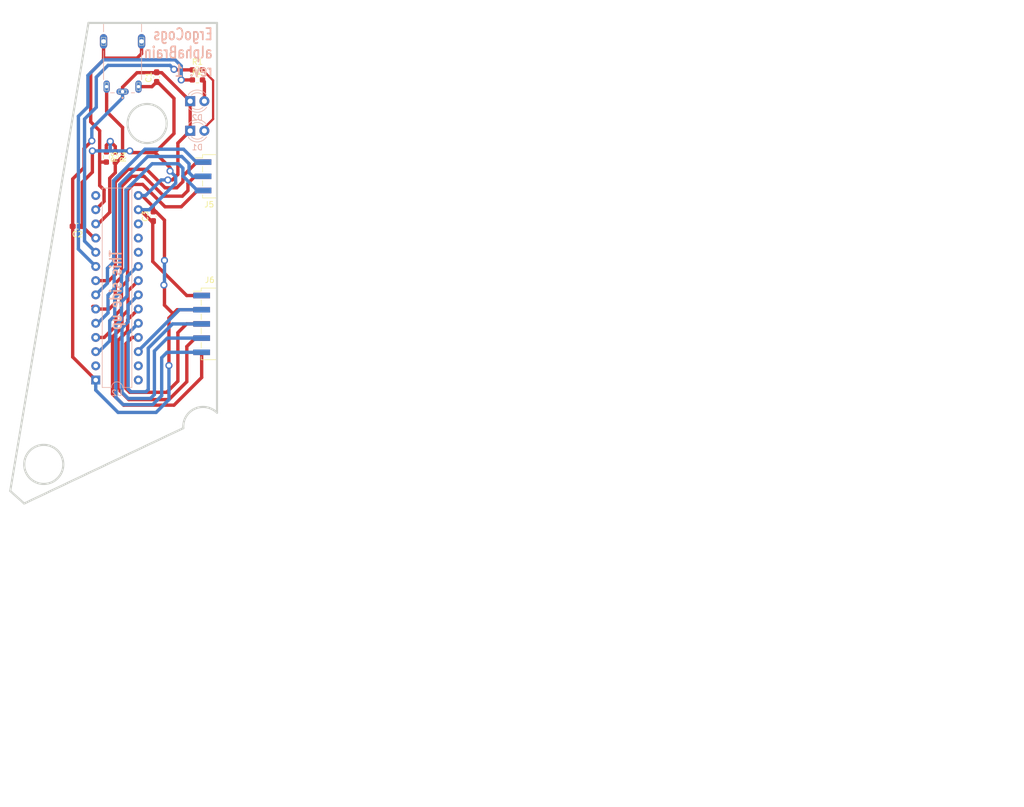
<source format=kicad_pcb>
(kicad_pcb (version 20171130) (host pcbnew 5.1.9)

  (general
    (thickness 1.6002)
    (drawings 34)
    (tracks 278)
    (zones 0)
    (modules 13)
    (nets 22)
  )

  (page A4)
  (layers
    (0 Front signal)
    (31 Back signal)
    (32 B.Adhes user)
    (33 F.Adhes user)
    (34 B.Paste user)
    (35 F.Paste user)
    (36 B.SilkS user)
    (37 F.SilkS user)
    (38 B.Mask user)
    (39 F.Mask user)
    (40 Dwgs.User user)
    (41 Cmts.User user)
    (42 Eco1.User user)
    (43 Eco2.User user)
    (44 Edge.Cuts user)
    (45 Margin user)
    (46 B.CrtYd user)
    (47 F.CrtYd user)
    (48 B.Fab user)
    (49 F.Fab user)
  )

  (setup
    (last_trace_width 0.6)
    (user_trace_width 0.03302)
    (user_trace_width 0.1524)
    (user_trace_width 0.2032)
    (user_trace_width 0.254)
    (user_trace_width 0.3048)
    (user_trace_width 0.4064)
    (user_trace_width 0.508)
    (user_trace_width 0.6096)
    (trace_clearance 0.3048)
    (zone_clearance 0.508)
    (zone_45_only yes)
    (trace_min 0.0254)
    (via_size 0.6096)
    (via_drill 0.508)
    (via_min_size 0.4064)
    (via_min_drill 0.2032)
    (user_via 0.6096 0.3048)
    (user_via 0.8128 0.508)
    (user_via 1.27 0.762)
    (user_via 1.651 0.9906)
    (uvia_size 0.508)
    (uvia_drill 0.127)
    (uvias_allowed no)
    (uvia_min_size 0.508)
    (uvia_min_drill 0.127)
    (edge_width 0.381)
    (segment_width 0.3048)
    (pcb_text_width 0.3048)
    (pcb_text_size 1.524 2.032)
    (mod_edge_width 0.6096)
    (mod_text_size 1.524 1.524)
    (mod_text_width 0.3048)
    (pad_size 0.8 0.8)
    (pad_drill 0.5)
    (pad_to_mask_clearance 0.2032)
    (aux_axis_origin 0 0)
    (grid_origin 151 43.75)
    (visible_elements 7FFFFF7F)
    (pcbplotparams
      (layerselection 0x010ff_ffffffff)
      (usegerberextensions false)
      (usegerberattributes true)
      (usegerberadvancedattributes true)
      (creategerberjobfile true)
      (excludeedgelayer true)
      (linewidth 0.150000)
      (plotframeref false)
      (viasonmask false)
      (mode 1)
      (useauxorigin false)
      (hpglpennumber 1)
      (hpglpenspeed 20)
      (hpglpendiameter 100.000000)
      (psnegative false)
      (psa4output false)
      (plotreference true)
      (plotvalue true)
      (plotinvisibletext false)
      (padsonsilk false)
      (subtractmaskfromsilk false)
      (outputformat 1)
      (mirror false)
      (drillshape 0)
      (scaleselection 1)
      (outputdirectory "fabrication"))
  )

  (net 0 "")
  (net 1 /LED_A)
  (net 2 /LED_B)
  (net 3 /ROW0)
  (net 4 /ROW1)
  (net 5 /ROW2)
  (net 6 /ROW3)
  (net 7 /ROW4)
  (net 8 /ROW5)
  (net 9 GND)
  (net 10 VCC)
  (net 11 "Net-(D1-Pad2)")
  (net 12 "Net-(D2-Pad2)")
  (net 13 /SCL)
  (net 14 /SDA)
  (net 15 /COL0_13)
  (net 16 /COL1_12)
  (net 17 /COL2_11)
  (net 18 /COL3_10)
  (net 19 /COL4_9)
  (net 20 /COL5_8)
  (net 21 /COL6_7)

  (net_class Default "This is the default net class."
    (clearance 0.3048)
    (trace_width 0.6)
    (via_dia 0.6096)
    (via_drill 0.508)
    (uvia_dia 0.508)
    (uvia_drill 0.127)
    (add_net /COL0_13)
    (add_net /COL1_12)
    (add_net /COL2_11)
    (add_net /COL3_10)
    (add_net /COL4_9)
    (add_net /COL5_8)
    (add_net /COL6_7)
    (add_net /LED_A)
    (add_net /LED_B)
    (add_net /ROW0)
    (add_net /ROW1)
    (add_net /ROW2)
    (add_net /ROW3)
    (add_net /ROW4)
    (add_net /ROW5)
    (add_net /SCL)
    (add_net /SDA)
    (add_net GND)
    (add_net "Net-(D1-Pad2)")
    (add_net "Net-(D2-Pad2)")
    (add_net VCC)
  )

  (module Capacitor_SMD:C_0603_1608Metric_Pad1.08x0.95mm_HandSolder (layer Front) (tedit 5F68FEEF) (tstamp 60838914)
    (at 139.6 78.35 90)
    (descr "Capacitor SMD 0603 (1608 Metric), square (rectangular) end terminal, IPC_7351 nominal with elongated pad for handsoldering. (Body size source: IPC-SM-782 page 76, https://www.pcb-3d.com/wordpress/wp-content/uploads/ipc-sm-782a_amendment_1_and_2.pdf), generated with kicad-footprint-generator")
    (tags "capacitor handsolder")
    (path /608BB7C7)
    (attr smd)
    (fp_text reference C3 (at 0 -1.43 90) (layer F.SilkS)
      (effects (font (size 1 1) (thickness 0.15)))
    )
    (fp_text value 100n (at 0 1.43 90) (layer F.Fab)
      (effects (font (size 1 1) (thickness 0.15)))
    )
    (fp_line (start -0.8 0.4) (end -0.8 -0.4) (layer F.Fab) (width 0.1))
    (fp_line (start -0.8 -0.4) (end 0.8 -0.4) (layer F.Fab) (width 0.1))
    (fp_line (start 0.8 -0.4) (end 0.8 0.4) (layer F.Fab) (width 0.1))
    (fp_line (start 0.8 0.4) (end -0.8 0.4) (layer F.Fab) (width 0.1))
    (fp_line (start -0.146267 -0.51) (end 0.146267 -0.51) (layer F.SilkS) (width 0.12))
    (fp_line (start -0.146267 0.51) (end 0.146267 0.51) (layer F.SilkS) (width 0.12))
    (fp_line (start -1.65 0.73) (end -1.65 -0.73) (layer F.CrtYd) (width 0.05))
    (fp_line (start -1.65 -0.73) (end 1.65 -0.73) (layer F.CrtYd) (width 0.05))
    (fp_line (start 1.65 -0.73) (end 1.65 0.73) (layer F.CrtYd) (width 0.05))
    (fp_line (start 1.65 0.73) (end -1.65 0.73) (layer F.CrtYd) (width 0.05))
    (fp_text user %R (at 0 0 90) (layer F.Fab)
      (effects (font (size 0.4 0.4) (thickness 0.06)))
    )
    (pad 2 smd roundrect (at 0.8625 0 90) (size 1.075 0.95) (layers Front F.Paste F.Mask) (roundrect_rratio 0.25)
      (net 9 GND))
    (pad 1 smd roundrect (at -0.8625 0 90) (size 1.075 0.95) (layers Front F.Paste F.Mask) (roundrect_rratio 0.25)
      (net 10 VCC))
    (model ${KICAD6_3DMODEL_DIR}/Capacitor_SMD.3dshapes/C_0603_1608Metric.wrl
      (at (xyz 0 0 0))
      (scale (xyz 1 1 1))
      (rotate (xyz 0 0 0))
    )
  )

  (module Capacitor_SMD:C_0603_1608Metric_Pad1.08x0.95mm_HandSolder (layer Front) (tedit 5F68FEEF) (tstamp 60838235)
    (at 126.0375 80.15 180)
    (descr "Capacitor SMD 0603 (1608 Metric), square (rectangular) end terminal, IPC_7351 nominal with elongated pad for handsoldering. (Body size source: IPC-SM-782 page 76, https://www.pcb-3d.com/wordpress/wp-content/uploads/ipc-sm-782a_amendment_1_and_2.pdf), generated with kicad-footprint-generator")
    (tags "capacitor handsolder")
    (path /608B5DC6)
    (attr smd)
    (fp_text reference C2 (at 0 -1.43) (layer F.SilkS)
      (effects (font (size 1 1) (thickness 0.15)))
    )
    (fp_text value 100n (at 0 1.43) (layer F.Fab)
      (effects (font (size 1 1) (thickness 0.15)))
    )
    (fp_line (start -0.8 0.4) (end -0.8 -0.4) (layer F.Fab) (width 0.1))
    (fp_line (start -0.8 -0.4) (end 0.8 -0.4) (layer F.Fab) (width 0.1))
    (fp_line (start 0.8 -0.4) (end 0.8 0.4) (layer F.Fab) (width 0.1))
    (fp_line (start 0.8 0.4) (end -0.8 0.4) (layer F.Fab) (width 0.1))
    (fp_line (start -0.146267 -0.51) (end 0.146267 -0.51) (layer F.SilkS) (width 0.12))
    (fp_line (start -0.146267 0.51) (end 0.146267 0.51) (layer F.SilkS) (width 0.12))
    (fp_line (start -1.65 0.73) (end -1.65 -0.73) (layer F.CrtYd) (width 0.05))
    (fp_line (start -1.65 -0.73) (end 1.65 -0.73) (layer F.CrtYd) (width 0.05))
    (fp_line (start 1.65 -0.73) (end 1.65 0.73) (layer F.CrtYd) (width 0.05))
    (fp_line (start 1.65 0.73) (end -1.65 0.73) (layer F.CrtYd) (width 0.05))
    (fp_text user %R (at 0 0) (layer F.Fab)
      (effects (font (size 0.4 0.4) (thickness 0.06)))
    )
    (pad 2 smd roundrect (at 0.8625 0 180) (size 1.075 0.95) (layers Front F.Paste F.Mask) (roundrect_rratio 0.25)
      (net 9 GND))
    (pad 1 smd roundrect (at -0.8625 0 180) (size 1.075 0.95) (layers Front F.Paste F.Mask) (roundrect_rratio 0.25)
      (net 10 VCC))
    (model ${KICAD6_3DMODEL_DIR}/Capacitor_SMD.3dshapes/C_0603_1608Metric.wrl
      (at (xyz 0 0 0))
      (scale (xyz 1 1 1))
      (rotate (xyz 0 0 0))
    )
  )

  (module Capacitor_SMD:C_0603_1608Metric_Pad1.08x0.95mm_HandSolder (layer Front) (tedit 5F68FEEF) (tstamp 60838224)
    (at 140.2 53.45 90)
    (descr "Capacitor SMD 0603 (1608 Metric), square (rectangular) end terminal, IPC_7351 nominal with elongated pad for handsoldering. (Body size source: IPC-SM-782 page 76, https://www.pcb-3d.com/wordpress/wp-content/uploads/ipc-sm-782a_amendment_1_and_2.pdf), generated with kicad-footprint-generator")
    (tags "capacitor handsolder")
    (path /608ABDCB)
    (attr smd)
    (fp_text reference C1 (at 0 -1.43 90) (layer F.SilkS)
      (effects (font (size 1 1) (thickness 0.15)))
    )
    (fp_text value 100n (at 0 1.43 90) (layer F.Fab)
      (effects (font (size 1 1) (thickness 0.15)))
    )
    (fp_line (start -0.8 0.4) (end -0.8 -0.4) (layer F.Fab) (width 0.1))
    (fp_line (start -0.8 -0.4) (end 0.8 -0.4) (layer F.Fab) (width 0.1))
    (fp_line (start 0.8 -0.4) (end 0.8 0.4) (layer F.Fab) (width 0.1))
    (fp_line (start 0.8 0.4) (end -0.8 0.4) (layer F.Fab) (width 0.1))
    (fp_line (start -0.146267 -0.51) (end 0.146267 -0.51) (layer F.SilkS) (width 0.12))
    (fp_line (start -0.146267 0.51) (end 0.146267 0.51) (layer F.SilkS) (width 0.12))
    (fp_line (start -1.65 0.73) (end -1.65 -0.73) (layer F.CrtYd) (width 0.05))
    (fp_line (start -1.65 -0.73) (end 1.65 -0.73) (layer F.CrtYd) (width 0.05))
    (fp_line (start 1.65 -0.73) (end 1.65 0.73) (layer F.CrtYd) (width 0.05))
    (fp_line (start 1.65 0.73) (end -1.65 0.73) (layer F.CrtYd) (width 0.05))
    (fp_text user %R (at 0 0 90) (layer F.Fab)
      (effects (font (size 0.4 0.4) (thickness 0.06)))
    )
    (pad 2 smd roundrect (at 0.8625 0 90) (size 1.075 0.95) (layers Front F.Paste F.Mask) (roundrect_rratio 0.25)
      (net 9 GND))
    (pad 1 smd roundrect (at -0.8625 0 90) (size 1.075 0.95) (layers Front F.Paste F.Mask) (roundrect_rratio 0.25)
      (net 10 VCC))
    (model ${KICAD6_3DMODEL_DIR}/Capacitor_SMD.3dshapes/C_0603_1608Metric.wrl
      (at (xyz 0 0 0))
      (scale (xyz 1 1 1))
      (rotate (xyz 0 0 0))
    )
  )

  (module Package_DIP:DIP-28_W7.62mm (layer Back) (tedit 5A02E8C5) (tstamp 6081D48D)
    (at 129.3 107.65)
    (descr "28-lead though-hole mounted DIP package, row spacing 7.62 mm (300 mils)")
    (tags "THT DIP DIL PDIP 2.54mm 7.62mm 300mil")
    (path /60871D6B)
    (fp_text reference U2 (at 3.81 2.33) (layer B.SilkS)
      (effects (font (size 1 1) (thickness 0.15)) (justify mirror))
    )
    (fp_text value MCP23018 (at 3.81 -35.35) (layer B.Fab)
      (effects (font (size 1 1) (thickness 0.15)) (justify mirror))
    )
    (fp_line (start 8.7 1.55) (end -1.1 1.55) (layer B.CrtYd) (width 0.05))
    (fp_line (start 8.7 -34.55) (end 8.7 1.55) (layer B.CrtYd) (width 0.05))
    (fp_line (start -1.1 -34.55) (end 8.7 -34.55) (layer B.CrtYd) (width 0.05))
    (fp_line (start -1.1 1.55) (end -1.1 -34.55) (layer B.CrtYd) (width 0.05))
    (fp_line (start 6.46 1.33) (end 4.81 1.33) (layer B.SilkS) (width 0.12))
    (fp_line (start 6.46 -34.35) (end 6.46 1.33) (layer B.SilkS) (width 0.12))
    (fp_line (start 1.16 -34.35) (end 6.46 -34.35) (layer B.SilkS) (width 0.12))
    (fp_line (start 1.16 1.33) (end 1.16 -34.35) (layer B.SilkS) (width 0.12))
    (fp_line (start 2.81 1.33) (end 1.16 1.33) (layer B.SilkS) (width 0.12))
    (fp_line (start 0.635 0.27) (end 1.635 1.27) (layer B.Fab) (width 0.1))
    (fp_line (start 0.635 -34.29) (end 0.635 0.27) (layer B.Fab) (width 0.1))
    (fp_line (start 6.985 -34.29) (end 0.635 -34.29) (layer B.Fab) (width 0.1))
    (fp_line (start 6.985 1.27) (end 6.985 -34.29) (layer B.Fab) (width 0.1))
    (fp_line (start 1.635 1.27) (end 6.985 1.27) (layer B.Fab) (width 0.1))
    (fp_text user %R (at 3.81 -16.51) (layer B.Fab)
      (effects (font (size 1 1) (thickness 0.15)) (justify mirror))
    )
    (fp_arc (start 3.81 1.33) (end 2.81 1.33) (angle 180) (layer B.SilkS) (width 0.12))
    (pad 28 thru_hole oval (at 7.62 0) (size 1.6 1.6) (drill 0.8) (layers *.Cu *.Mask))
    (pad 14 thru_hole oval (at 0 -33.02) (size 1.6 1.6) (drill 0.8) (layers *.Cu *.Mask))
    (pad 27 thru_hole oval (at 7.62 -2.54) (size 1.6 1.6) (drill 0.8) (layers *.Cu *.Mask))
    (pad 13 thru_hole oval (at 0 -30.48) (size 1.6 1.6) (drill 0.8) (layers *.Cu *.Mask)
      (net 14 /SDA))
    (pad 26 thru_hole oval (at 7.62 -5.08) (size 1.6 1.6) (drill 0.8) (layers *.Cu *.Mask)
      (net 21 /COL6_7))
    (pad 12 thru_hole oval (at 0 -27.94) (size 1.6 1.6) (drill 0.8) (layers *.Cu *.Mask)
      (net 13 /SCL))
    (pad 25 thru_hole oval (at 7.62 -7.62) (size 1.6 1.6) (drill 0.8) (layers *.Cu *.Mask)
      (net 20 /COL5_8))
    (pad 11 thru_hole oval (at 0 -25.4) (size 1.6 1.6) (drill 0.8) (layers *.Cu *.Mask)
      (net 10 VCC))
    (pad 24 thru_hole oval (at 7.62 -10.16) (size 1.6 1.6) (drill 0.8) (layers *.Cu *.Mask)
      (net 19 /COL4_9))
    (pad 10 thru_hole oval (at 0 -22.86) (size 1.6 1.6) (drill 0.8) (layers *.Cu *.Mask)
      (net 1 /LED_A))
    (pad 23 thru_hole oval (at 7.62 -12.7) (size 1.6 1.6) (drill 0.8) (layers *.Cu *.Mask)
      (net 18 /COL3_10))
    (pad 9 thru_hole oval (at 0 -20.32) (size 1.6 1.6) (drill 0.8) (layers *.Cu *.Mask)
      (net 2 /LED_B))
    (pad 22 thru_hole oval (at 7.62 -15.24) (size 1.6 1.6) (drill 0.8) (layers *.Cu *.Mask)
      (net 17 /COL2_11))
    (pad 8 thru_hole oval (at 0 -17.78) (size 1.6 1.6) (drill 0.8) (layers *.Cu *.Mask)
      (net 3 /ROW0))
    (pad 21 thru_hole oval (at 7.62 -17.78) (size 1.6 1.6) (drill 0.8) (layers *.Cu *.Mask)
      (net 16 /COL1_12))
    (pad 7 thru_hole oval (at 0 -15.24) (size 1.6 1.6) (drill 0.8) (layers *.Cu *.Mask)
      (net 4 /ROW1))
    (pad 20 thru_hole oval (at 7.62 -20.32) (size 1.6 1.6) (drill 0.8) (layers *.Cu *.Mask)
      (net 15 /COL0_13))
    (pad 6 thru_hole oval (at 0 -12.7) (size 1.6 1.6) (drill 0.8) (layers *.Cu *.Mask)
      (net 5 /ROW2))
    (pad 19 thru_hole oval (at 7.62 -22.86) (size 1.6 1.6) (drill 0.8) (layers *.Cu *.Mask))
    (pad 5 thru_hole oval (at 0 -10.16) (size 1.6 1.6) (drill 0.8) (layers *.Cu *.Mask)
      (net 6 /ROW3))
    (pad 18 thru_hole oval (at 7.62 -25.4) (size 1.6 1.6) (drill 0.8) (layers *.Cu *.Mask))
    (pad 4 thru_hole oval (at 0 -7.62) (size 1.6 1.6) (drill 0.8) (layers *.Cu *.Mask)
      (net 7 /ROW4))
    (pad 17 thru_hole oval (at 7.62 -27.94) (size 1.6 1.6) (drill 0.8) (layers *.Cu *.Mask))
    (pad 3 thru_hole oval (at 0 -5.08) (size 1.6 1.6) (drill 0.8) (layers *.Cu *.Mask)
      (net 8 /ROW5))
    (pad 16 thru_hole oval (at 7.62 -30.48) (size 1.6 1.6) (drill 0.8) (layers *.Cu *.Mask)
      (net 10 VCC))
    (pad 2 thru_hole oval (at 0 -2.54) (size 1.6 1.6) (drill 0.8) (layers *.Cu *.Mask))
    (pad 15 thru_hole oval (at 7.62 -33.02) (size 1.6 1.6) (drill 0.8) (layers *.Cu *.Mask)
      (net 9 GND))
    (pad 1 thru_hole rect (at 0 0) (size 1.6 1.6) (drill 0.8) (layers *.Cu *.Mask)
      (net 9 GND))
    (model ${KICAD6_3DMODEL_DIR}/Package_DIP.3dshapes/DIP-28_W7.62mm.wrl
      (at (xyz 0 0 0))
      (scale (xyz 1 1 1))
      (rotate (xyz 0 0 0))
    )
  )

  (module ergodox:CLIFF_FC68125 (layer Back) (tedit 6081A0CA) (tstamp 6081A9BC)
    (at 134.1 52.65)
    (path /6083AAD6)
    (fp_text reference J1 (at -2.270558 5.312389) (layer B.SilkS)
      (effects (font (size 0.640722 0.640722) (thickness 0.015)) (justify mirror))
    )
    (fp_text value AudioJack4 (at 1.484108 -12.601253) (layer B.Fab)
      (effects (font (size 0.64039 0.64039) (thickness 0.015)) (justify mirror))
    )
    (fp_line (start -3.8 -6.3) (end -3.8 -5.6) (layer Edge.Cuts) (width 0.1))
    (fp_line (start -3 -6.3) (end -3.8 -6.3) (layer Edge.Cuts) (width 0.1))
    (fp_line (start -3 -4.9) (end -3 -6.3) (layer Edge.Cuts) (width 0.1))
    (fp_line (start -3.8 -4.9) (end -3 -4.9) (layer Edge.Cuts) (width 0.1))
    (fp_line (start -3.8 -5.6) (end -3.8 -4.9) (layer Edge.Cuts) (width 0.1))
    (fp_line (start 0.7 3.1) (end 0 3.1) (layer Edge.Cuts) (width 0.1))
    (fp_line (start 0.7 3.7) (end 0.7 3.1) (layer Edge.Cuts) (width 0.1))
    (fp_line (start -0.7 3.7) (end 0.7 3.7) (layer Edge.Cuts) (width 0.1))
    (fp_line (start -0.7 3.1) (end -0.7 3.7) (layer Edge.Cuts) (width 0.1))
    (fp_line (start 0 3.1) (end -0.7 3.1) (layer Edge.Cuts) (width 0.1))
    (fp_line (start 2.55 1.8) (end 2.55 2.5) (layer Edge.Cuts) (width 0.1))
    (fp_line (start 3.15 1.8) (end 2.55 1.8) (layer Edge.Cuts) (width 0.1))
    (fp_line (start 3.15 3.2) (end 3.15 1.8) (layer Edge.Cuts) (width 0.1))
    (fp_line (start 2.55 3.2) (end 3.15 3.2) (layer Edge.Cuts) (width 0.1))
    (fp_line (start 2.55 2.5) (end 2.55 3.2) (layer Edge.Cuts) (width 0.1))
    (fp_line (start -3.15 1.8) (end -3.15 2.5) (layer Edge.Cuts) (width 0.1))
    (fp_line (start -2.55 1.8) (end -3.15 1.8) (layer Edge.Cuts) (width 0.1))
    (fp_line (start -2.55 3.2) (end -2.55 1.8) (layer Edge.Cuts) (width 0.1))
    (fp_line (start -3.15 3.2) (end -2.55 3.2) (layer Edge.Cuts) (width 0.1))
    (fp_line (start -3.15 2.5) (end -3.15 3.2) (layer Edge.Cuts) (width 0.1))
    (fp_line (start 3 -6.3) (end 3 -5.6) (layer Edge.Cuts) (width 0.1))
    (fp_line (start 3.8 -6.3) (end 3 -6.3) (layer Edge.Cuts) (width 0.1))
    (fp_line (start 3.8 -4.9) (end 3.8 -6.3) (layer Edge.Cuts) (width 0.1))
    (fp_line (start 3 -4.9) (end 3.8 -4.9) (layer Edge.Cuts) (width 0.1))
    (fp_line (start 3 -5.6) (end 3 -4.9) (layer Edge.Cuts) (width 0.1))
    (fp_circle (center 0 4.5) (end 0.1 4.5) (layer B.Fab) (width 0.2))
    (fp_circle (center 0 4.5) (end 0.1 4.5) (layer B.SilkS) (width 0.2))
    (fp_line (start -3.7 -11.8) (end -3.7 -7.1) (layer B.CrtYd) (width 0.05))
    (fp_line (start 3.7 -11.8) (end -3.7 -11.8) (layer B.CrtYd) (width 0.05))
    (fp_line (start 3.7 -7.1) (end 3.7 -11.8) (layer B.CrtYd) (width 0.05))
    (fp_line (start 4.3 -7.1) (end 3.7 -7.1) (layer B.CrtYd) (width 0.05))
    (fp_line (start 4.3 4.2) (end 4.3 -7.1) (layer B.CrtYd) (width 0.05))
    (fp_line (start -4.3 4.2) (end 4.3 4.2) (layer B.CrtYd) (width 0.05))
    (fp_line (start -4.3 -7.1) (end -4.3 4.2) (layer B.CrtYd) (width 0.05))
    (fp_line (start -3.7 -7.1) (end -4.3 -7.1) (layer B.CrtYd) (width 0.05))
    (fp_line (start 1.57 3.6) (end 2.14 3.6) (layer B.SilkS) (width 0.127))
    (fp_line (start -2.14 3.6) (end -1.47 3.6) (layer B.SilkS) (width 0.127))
    (fp_line (start 3.4 1.25) (end 3.4 -3.9) (layer B.SilkS) (width 0.127))
    (fp_line (start 3.4 -9) (end 3.4 -7.3) (layer B.SilkS) (width 0.127))
    (fp_line (start -3.4 -9) (end 3.4 -9) (layer B.SilkS) (width 0.127))
    (fp_line (start -3.4 -7.3) (end -3.4 -9) (layer B.SilkS) (width 0.127))
    (fp_line (start -3.4 1.25) (end -3.4 -3.9) (layer B.SilkS) (width 0.127))
    (fp_line (start 3.1 -11.5) (end 3.1 -9) (layer B.Fab) (width 0.127))
    (fp_line (start -3.1 -11.5) (end 3.1 -11.5) (layer B.Fab) (width 0.127))
    (fp_line (start -3.1 -9) (end -3.1 -11.5) (layer B.Fab) (width 0.127))
    (fp_line (start -3.1 -9) (end -3.4 -9) (layer B.Fab) (width 0.127))
    (fp_line (start 3.1 -9) (end -3.1 -9) (layer B.Fab) (width 0.127))
    (fp_line (start 3.4 -9) (end 3.1 -9) (layer B.Fab) (width 0.127))
    (fp_line (start 3.4 3.6) (end 3.4 -9) (layer B.Fab) (width 0.127))
    (fp_line (start -3.4 3.6) (end 3.4 3.6) (layer B.Fab) (width 0.127))
    (fp_line (start -3.4 -9) (end -3.4 3.6) (layer B.Fab) (width 0.127))
    (pad R2 thru_hole oval (at 2.85 2.5) (size 1.108 2.216) (drill 0.6) (layers *.Cu *.Mask)
      (net 10 VCC))
    (pad S thru_hole oval (at 0 3.4) (size 2.216 1.108) (drill 0.6) (layers *.Cu *.Mask)
      (net 9 GND))
    (pad R1 thru_hole oval (at -2.85 2.5) (size 1.108 2.216) (drill 0.6) (layers *.Cu *.Mask)
      (net 13 /SCL))
    (pad T thru_hole oval (at 3.4 -5.6) (size 1.308 2.616) (drill 0.8) (layers *.Cu *.Mask)
      (net 14 /SDA))
    (pad None np_thru_hole circle (at 0 -7) (size 1.1 1.1) (drill 1.1) (layers *.Cu *.Mask))
    (pad None np_thru_hole circle (at 0 0) (size 1.1 1.1) (drill 1.1) (layers *.Cu *.Mask))
    (pad T thru_hole oval (at -3.4 -5.6) (size 1.308 2.616) (drill 0.8) (layers *.Cu *.Mask)
      (net 14 /SDA))
  )

  (module ergodox:ErgoCogs_sidecon_brain_bot locked (layer Front) (tedit 605A29C7) (tstamp 6058282B)
    (at 148.25 92.5)
    (path /605B04EB)
    (attr smd)
    (fp_text reference J6 (at 1.45 -2.74) (layer F.SilkS)
      (effects (font (size 1 1) (thickness 0.15)))
    )
    (fp_text value Conn_01x10 (at 4.35 13.485) (layer F.Fab)
      (effects (font (size 1 1) (thickness 0.15)))
    )
    (fp_line (start 11.325 8.025) (end 5.525 8.025) (layer F.Fab) (width 0.12))
    (fp_line (start 11.55 7.625) (end 11.55 7.475) (layer F.Fab) (width 0.12))
    (fp_line (start 11.55 7.8) (end 11.325 8.025) (layer F.Fab) (width 0.12))
    (fp_line (start 5.525 7.25) (end 5.525 5.475) (layer F.Fab) (width 0.12))
    (fp_line (start 11.325 7.25) (end 5.525 7.25) (layer F.Fab) (width 0.12))
    (fp_line (start 11.55 7.65) (end 11.55 7.8) (layer F.Fab) (width 0.12))
    (fp_line (start 11.55 7.475) (end 11.325 7.25) (layer F.Fab) (width 0.12))
    (fp_line (start 11.325 5.475) (end 5.525 5.475) (layer F.Fab) (width 0.12))
    (fp_line (start 11.55 5.075) (end 11.55 4.925) (layer F.Fab) (width 0.12))
    (fp_line (start 11.55 5.25) (end 11.325 5.475) (layer F.Fab) (width 0.12))
    (fp_line (start 5.525 4.7) (end 5.525 2.925) (layer F.Fab) (width 0.12))
    (fp_line (start 11.325 4.7) (end 5.525 4.7) (layer F.Fab) (width 0.12))
    (fp_line (start 11.55 5.1) (end 11.55 5.25) (layer F.Fab) (width 0.12))
    (fp_line (start 11.55 4.925) (end 11.325 4.7) (layer F.Fab) (width 0.12))
    (fp_line (start 5.525 9.85) (end 5.525 8.125) (layer F.Fab) (width 0.12))
    (fp_line (start 11.55 2.525) (end 11.55 2.375) (layer F.Fab) (width 0.12))
    (fp_line (start 11.55 10.25) (end 11.55 10.4) (layer F.Fab) (width 0.12))
    (fp_line (start 5.525 2.15) (end 5.525 0.375) (layer F.Fab) (width 0.12))
    (fp_line (start 11.55 10.4) (end 11.325 10.625) (layer F.Fab) (width 0.12))
    (fp_line (start 11.325 10.625) (end 5.525 10.625) (layer F.Fab) (width 0.12))
    (fp_line (start 5.525 -1.275) (end 3.3 -1.275) (layer F.Fab) (width 0.12))
    (fp_line (start 11.55 2.7) (end 11.325 2.925) (layer F.Fab) (width 0.12))
    (fp_line (start 11.325 2.15) (end 5.525 2.15) (layer F.Fab) (width 0.12))
    (fp_line (start 11.325 0.375) (end 5.525 0.375) (layer F.Fab) (width 0.12))
    (fp_line (start 11.55 0) (end 11.55 0.15) (layer F.Fab) (width 0.12))
    (fp_line (start 11.325 2.925) (end 5.525 2.925) (layer F.Fab) (width 0.12))
    (fp_line (start 5.525 10.625) (end 5.525 11.5) (layer F.Fab) (width 0.12))
    (fp_line (start 11.55 -0.025) (end 11.55 -0.175) (layer F.Fab) (width 0.12))
    (fp_line (start 11.325 9.85) (end 5.525 9.85) (layer F.Fab) (width 0.12))
    (fp_line (start 11.55 2.375) (end 11.325 2.15) (layer F.Fab) (width 0.12))
    (fp_line (start 5.525 -0.4) (end 5.525 -1.275) (layer F.Fab) (width 0.12))
    (fp_line (start 11.55 -0.175) (end 11.325 -0.4) (layer F.Fab) (width 0.12))
    (fp_line (start 11.55 10.075) (end 11.325 9.85) (layer F.Fab) (width 0.12))
    (fp_line (start 11.55 10.225) (end 11.55 10.075) (layer F.Fab) (width 0.12))
    (fp_line (start 11.55 0.15) (end 11.325 0.375) (layer F.Fab) (width 0.12))
    (fp_line (start 11.325 -0.4) (end 5.525 -0.4) (layer F.Fab) (width 0.12))
    (fp_line (start 11.55 2.55) (end 11.55 2.7) (layer F.Fab) (width 0.12))
    (fp_line (start 5.525 11.5) (end 3.3 11.5) (layer F.Fab) (width 0.12))
    (fp_line (start 2.525 -1.74) (end 2.525 12.054) (layer F.CrtYd) (width 0.05))
    (fp_line (start 2.525 -1.3) (end -0.075 -1.3) (layer F.SilkS) (width 0.12))
    (fp_line (start -0.075 -1.3) (end -0.075 -0.73) (layer F.SilkS) (width 0.12))
    (fp_line (start -0.075 0.79) (end -0.075 1.81) (layer F.SilkS) (width 0.12))
    (fp_line (start -0.075 3.33) (end -0.075 4.35) (layer F.SilkS) (width 0.12))
    (fp_line (start -0.075 5.87) (end -0.075 6.89) (layer F.SilkS) (width 0.12))
    (fp_line (start -0.075 8.41) (end -0.075 9.43) (layer F.SilkS) (width 0.12))
    (fp_line (start -0.075 10.95) (end -0.075 11.52) (layer F.SilkS) (width 0.12))
    (fp_line (start 2.525 11.51) (end -0.075 11.52) (layer F.SilkS) (width 0.12))
    (fp_line (start -0.075 -0.73) (end -1.435 -0.73) (layer F.SilkS) (width 0.12))
    (fp_line (start 2.525 -1.24) (end 0.985 -1.24) (layer F.Fab) (width 0.1))
    (fp_line (start 0.985 -1.24) (end -0.015 -0.24) (layer F.Fab) (width 0.1))
    (fp_line (start -0.015 -0.24) (end -0.015 11.46) (layer F.Fab) (width 0.1))
    (fp_line (start -0.015 11.46) (end 2.525 11.46) (layer F.Fab) (width 0.1))
    (fp_line (start -0.015 -0.29) (end -1.395 -0.29) (layer F.Fab) (width 0.1))
    (fp_line (start -1.395 -0.29) (end -1.395 0.35) (layer F.Fab) (width 0.1))
    (fp_line (start -1.395 0.35) (end -0.015 0.35) (layer F.Fab) (width 0.1))
    (fp_line (start -0.015 2.25) (end -1.395 2.25) (layer F.Fab) (width 0.1))
    (fp_line (start -1.395 2.25) (end -1.395 2.89) (layer F.Fab) (width 0.1))
    (fp_line (start -1.395 2.89) (end -0.015 2.89) (layer F.Fab) (width 0.1))
    (fp_line (start -0.015 4.79) (end -1.395 4.79) (layer F.Fab) (width 0.1))
    (fp_line (start -1.395 4.79) (end -1.395 5.43) (layer F.Fab) (width 0.1))
    (fp_line (start -1.395 5.43) (end -0.015 5.43) (layer F.Fab) (width 0.1))
    (fp_line (start -0.015 7.33) (end -1.395 7.33) (layer F.Fab) (width 0.1))
    (fp_line (start -1.395 7.33) (end -1.395 7.97) (layer F.Fab) (width 0.1))
    (fp_line (start -1.395 7.97) (end -0.015 7.97) (layer F.Fab) (width 0.1))
    (fp_line (start -0.015 9.87) (end -1.395 9.87) (layer F.Fab) (width 0.1))
    (fp_line (start -1.395 9.87) (end -1.395 10.51) (layer F.Fab) (width 0.1))
    (fp_line (start -1.395 10.51) (end -0.015 10.51) (layer F.Fab) (width 0.1))
    (fp_line (start 2.525 -1.74) (end -1.975 -1.74) (layer F.CrtYd) (width 0.05))
    (fp_line (start -1.975 -1.74) (end -1.975 12.054) (layer F.CrtYd) (width 0.05))
    (fp_line (start -1.975 12.054) (end 2.525 12.054) (layer F.CrtYd) (width 0.05))
    (fp_text user %R (at 2.525 7.904 90) (layer F.Fab)
      (effects (font (size 1 1) (thickness 0.15)))
    )
    (pad 10 smd rect (at 0.005 10.19 180) (size 3 1) (layers Back B.Paste B.Mask)
      (net 15 /COL0_13))
    (pad 9 smd rect (at 0.005 10.19) (size 3 1) (layers Front F.Paste F.Mask)
      (net 16 /COL1_12))
    (pad 8 smd rect (at 0.005 7.65 180) (size 3 1) (layers Back B.Paste B.Mask)
      (net 17 /COL2_11))
    (pad 7 smd rect (at 0.005 7.65) (size 3 1) (layers Front F.Paste F.Mask)
      (net 18 /COL3_10))
    (pad 6 smd rect (at 0.005 5.11 180) (size 3 1) (layers Back B.Paste B.Mask)
      (net 19 /COL4_9))
    (pad 5 smd rect (at 0.005 5.11) (size 3 1) (layers Front F.Paste F.Mask)
      (net 20 /COL5_8))
    (pad 4 smd rect (at 0.005 2.57 180) (size 3 1) (layers Back B.Paste B.Mask)
      (net 21 /COL6_7))
    (pad 3 smd rect (at 0.005 2.57) (size 3 1) (layers Front F.Paste F.Mask)
      (net 9 GND))
    (pad 2 smd rect (at 0.005 0.03 180) (size 3 1) (layers Back B.Paste B.Mask))
    (pad 1 smd rect (at 0.005 0.03) (size 3 1) (layers Front F.Paste F.Mask)
      (net 10 VCC))
    (model ${KISYS3DMOD}/Connector_PinHeader_2.54mm.3dshapes/PinHeader_2x05_P2.54mm_Vertical.step
      (offset (xyz 3 0 0.5))
      (scale (xyz 1 1 1))
      (rotate (xyz 0 -90 0))
    )
  )

  (module ergodox:ErgoCogs_sidecon_brain_top locked (layer Front) (tedit 605A2898) (tstamp 605827F7)
    (at 148.495 68.65)
    (path /605AF561)
    (attr smd)
    (fp_text reference J5 (at 1.105 7.6) (layer F.SilkS)
      (effects (font (size 1 1) (thickness 0.15)))
    )
    (fp_text value Conn_01x06 (at -3.175 9.985) (layer F.Fab)
      (effects (font (size 1 1) (thickness 0.15)))
    )
    (fp_line (start 5.525 -1.275) (end 3.3 -1.275) (layer F.Fab) (width 0.12))
    (fp_line (start 11.55 5.2) (end 11.325 5.425) (layer F.Fab) (width 0.12))
    (fp_line (start 11.55 4.875) (end 11.325 4.65) (layer F.Fab) (width 0.12))
    (fp_line (start 5.525 4.65) (end 5.525 2.925) (layer F.Fab) (width 0.12))
    (fp_line (start 11.325 4.65) (end 5.525 4.65) (layer F.Fab) (width 0.12))
    (fp_line (start 11.325 5.425) (end 5.525 5.425) (layer F.Fab) (width 0.12))
    (fp_line (start 11.55 5.025) (end 11.55 4.875) (layer F.Fab) (width 0.12))
    (fp_line (start 11.55 5.05) (end 11.55 5.2) (layer F.Fab) (width 0.12))
    (fp_line (start 11.55 2.7) (end 11.325 2.925) (layer F.Fab) (width 0.12))
    (fp_line (start 11.55 2.375) (end 11.325 2.15) (layer F.Fab) (width 0.12))
    (fp_line (start 5.525 2.15) (end 5.525 0.375) (layer F.Fab) (width 0.12))
    (fp_line (start 11.325 2.15) (end 5.525 2.15) (layer F.Fab) (width 0.12))
    (fp_line (start 11.325 2.925) (end 5.525 2.925) (layer F.Fab) (width 0.12))
    (fp_line (start 11.55 2.525) (end 11.55 2.375) (layer F.Fab) (width 0.12))
    (fp_line (start 11.55 2.55) (end 11.55 2.7) (layer F.Fab) (width 0.12))
    (fp_line (start 11.55 -0.175) (end 11.325 -0.4) (layer F.Fab) (width 0.12))
    (fp_line (start 11.55 -0.025) (end 11.55 -0.175) (layer F.Fab) (width 0.12))
    (fp_line (start 5.525 -0.4) (end 5.525 -1.275) (layer F.Fab) (width 0.12))
    (fp_line (start 11.325 -0.4) (end 5.525 -0.4) (layer F.Fab) (width 0.12))
    (fp_line (start 11.325 0.375) (end 5.525 0.375) (layer F.Fab) (width 0.12))
    (fp_line (start 11.55 0.15) (end 11.325 0.375) (layer F.Fab) (width 0.12))
    (fp_line (start 11.55 0) (end 11.55 0.15) (layer F.Fab) (width 0.12))
    (fp_line (start 2.525 -1.765) (end 2.525 6.949) (layer F.CrtYd) (width 0.05))
    (fp_line (start 2.525 -1.325) (end -0.075 -1.325) (layer F.SilkS) (width 0.12))
    (fp_line (start -0.075 -1.325) (end -0.075 -0.755) (layer F.SilkS) (width 0.12))
    (fp_line (start -0.075 0.765) (end -0.075 1.785) (layer F.SilkS) (width 0.12))
    (fp_line (start -0.075 3.305) (end -0.075 4.325) (layer F.SilkS) (width 0.12))
    (fp_line (start -0.075 5.845) (end -0.075 6.415) (layer F.SilkS) (width 0.12))
    (fp_line (start 2.525 6.405) (end -0.075 6.415) (layer F.SilkS) (width 0.12))
    (fp_line (start -0.075 -0.755) (end -1.435 -0.755) (layer F.SilkS) (width 0.12))
    (fp_line (start 2.525 -1.265) (end 0.985 -1.265) (layer F.Fab) (width 0.1))
    (fp_line (start 0.985 -1.265) (end -0.015 -0.265) (layer F.Fab) (width 0.1))
    (fp_line (start -0.015 -0.265) (end -0.015 6.355) (layer F.Fab) (width 0.1))
    (fp_line (start -0.015 6.355) (end 2.525 6.355) (layer F.Fab) (width 0.1))
    (fp_line (start -0.015 -0.315) (end -1.395 -0.315) (layer F.Fab) (width 0.1))
    (fp_line (start -1.395 -0.315) (end -1.395 0.325) (layer F.Fab) (width 0.1))
    (fp_line (start -1.395 0.325) (end -0.015 0.325) (layer F.Fab) (width 0.1))
    (fp_line (start -0.015 2.225) (end -1.395 2.225) (layer F.Fab) (width 0.1))
    (fp_line (start -1.395 2.225) (end -1.395 2.865) (layer F.Fab) (width 0.1))
    (fp_line (start -1.395 2.865) (end -0.015 2.865) (layer F.Fab) (width 0.1))
    (fp_line (start -0.015 4.765) (end -1.395 4.765) (layer F.Fab) (width 0.1))
    (fp_line (start -1.395 4.765) (end -1.395 5.405) (layer F.Fab) (width 0.1))
    (fp_line (start -1.395 5.405) (end -0.015 5.405) (layer F.Fab) (width 0.1))
    (fp_line (start 2.525 -1.765) (end -1.975 -1.765) (layer F.CrtYd) (width 0.05))
    (fp_line (start -1.975 -1.765) (end -1.975 6.949) (layer F.CrtYd) (width 0.05))
    (fp_line (start -1.975 6.949) (end 2.525 6.949) (layer F.CrtYd) (width 0.05))
    (fp_line (start 5.525 6.3) (end 3.3 6.3) (layer F.Fab) (width 0.12))
    (fp_line (start 5.525 5.425) (end 5.525 6.3) (layer F.Fab) (width 0.12))
    (fp_text user %R (at 2.261 8.103 180) (layer F.Fab)
      (effects (font (size 1 1) (thickness 0.15)))
    )
    (pad 6 smd rect (at 0.005 5.085 180) (size 3 1) (layers Back B.Paste B.Mask)
      (net 8 /ROW5))
    (pad 5 smd rect (at 0.005 5.085) (size 3 1) (layers Front F.Paste F.Mask)
      (net 7 /ROW4))
    (pad 4 smd rect (at 0.005 2.545 180) (size 3 1) (layers Back B.Paste B.Mask)
      (net 6 /ROW3))
    (pad 3 smd rect (at 0.005 2.545) (size 3 1) (layers Front F.Paste F.Mask)
      (net 5 /ROW2))
    (pad 2 smd rect (at 0.005 0.005 180) (size 3 1) (layers Back B.Paste B.Mask)
      (net 4 /ROW1))
    (pad 1 smd rect (at 0.005 0.005) (size 3 1) (layers Front F.Paste F.Mask)
      (net 3 /ROW0))
    (model ${KISYS3DMOD}/Connector_PinHeader_2.54mm.3dshapes/PinHeader_2x03_P2.54mm_Vertical.step
      (offset (xyz 3 0 0.5))
      (scale (xyz 1 1 1))
      (rotate (xyz 0 -90 0))
    )
    (model "/home/critbit/Projects/hardware/kicad/ErgoDox/ErgoDOX pcb/matrixcogs/protoMxCog/protoMxCog.step"
      (offset (xyz -59.5 74 -1.5))
      (scale (xyz 1 1 1))
      (rotate (xyz 0 0 0))
    )
  )

  (module Resistor_SMD:R_0603_1608Metric_Pad0.98x0.95mm_HandSolder (layer Front) (tedit 5F68FEEE) (tstamp 60582880)
    (at 131.2 67.7375 270)
    (descr "Resistor SMD 0603 (1608 Metric), square (rectangular) end terminal, IPC_7351 nominal with elongated pad for handsoldering. (Body size source: IPC-SM-782 page 72, https://www.pcb-3d.com/wordpress/wp-content/uploads/ipc-sm-782a_amendment_1_and_2.pdf), generated with kicad-footprint-generator")
    (tags "resistor handsolder")
    (path /605FF10C)
    (attr smd)
    (fp_text reference R5 (at 0 -1.43 90) (layer F.SilkS)
      (effects (font (size 1 1) (thickness 0.15)))
    )
    (fp_text value 4k7 (at 0 1.43 90) (layer F.Fab)
      (effects (font (size 1 1) (thickness 0.15)))
    )
    (fp_line (start -0.8 0.4125) (end -0.8 -0.4125) (layer F.Fab) (width 0.1))
    (fp_line (start -0.8 -0.4125) (end 0.8 -0.4125) (layer F.Fab) (width 0.1))
    (fp_line (start 0.8 -0.4125) (end 0.8 0.4125) (layer F.Fab) (width 0.1))
    (fp_line (start 0.8 0.4125) (end -0.8 0.4125) (layer F.Fab) (width 0.1))
    (fp_line (start -0.254724 -0.5225) (end 0.254724 -0.5225) (layer F.SilkS) (width 0.12))
    (fp_line (start -0.254724 0.5225) (end 0.254724 0.5225) (layer F.SilkS) (width 0.12))
    (fp_line (start -1.65 0.73) (end -1.65 -0.73) (layer F.CrtYd) (width 0.05))
    (fp_line (start -1.65 -0.73) (end 1.65 -0.73) (layer F.CrtYd) (width 0.05))
    (fp_line (start 1.65 -0.73) (end 1.65 0.73) (layer F.CrtYd) (width 0.05))
    (fp_line (start 1.65 0.73) (end -1.65 0.73) (layer F.CrtYd) (width 0.05))
    (fp_text user %R (at 0 0 90) (layer F.Fab)
      (effects (font (size 0.4 0.4) (thickness 0.06)))
    )
    (pad 2 smd roundrect (at 0.9125 0 270) (size 0.975 0.95) (layers Front F.Paste F.Mask) (roundrect_rratio 0.25)
      (net 14 /SDA))
    (pad 1 smd roundrect (at -0.9125 0 270) (size 0.975 0.95) (layers Front F.Paste F.Mask) (roundrect_rratio 0.25)
      (net 10 VCC))
    (model ${KICAD6_3DMODEL_DIR}/Resistor_SMD.3dshapes/R_0603_1608Metric.wrl
      (at (xyz 0 0 0))
      (scale (xyz 1 1 1))
      (rotate (xyz 0 0 0))
    )
  )

  (module Resistor_SMD:R_0603_1608Metric_Pad0.98x0.95mm_HandSolder (layer Front) (tedit 5F68FEEE) (tstamp 6058286F)
    (at 132.8 67.7375 270)
    (descr "Resistor SMD 0603 (1608 Metric), square (rectangular) end terminal, IPC_7351 nominal with elongated pad for handsoldering. (Body size source: IPC-SM-782 page 72, https://www.pcb-3d.com/wordpress/wp-content/uploads/ipc-sm-782a_amendment_1_and_2.pdf), generated with kicad-footprint-generator")
    (tags "resistor handsolder")
    (path /605FAFF2)
    (attr smd)
    (fp_text reference R4 (at 0 -1.43 90) (layer F.SilkS)
      (effects (font (size 1 1) (thickness 0.15)))
    )
    (fp_text value 4k7 (at 0 1.43 90) (layer F.Fab)
      (effects (font (size 1 1) (thickness 0.15)))
    )
    (fp_line (start -0.8 0.4125) (end -0.8 -0.4125) (layer F.Fab) (width 0.1))
    (fp_line (start -0.8 -0.4125) (end 0.8 -0.4125) (layer F.Fab) (width 0.1))
    (fp_line (start 0.8 -0.4125) (end 0.8 0.4125) (layer F.Fab) (width 0.1))
    (fp_line (start 0.8 0.4125) (end -0.8 0.4125) (layer F.Fab) (width 0.1))
    (fp_line (start -0.254724 -0.5225) (end 0.254724 -0.5225) (layer F.SilkS) (width 0.12))
    (fp_line (start -0.254724 0.5225) (end 0.254724 0.5225) (layer F.SilkS) (width 0.12))
    (fp_line (start -1.65 0.73) (end -1.65 -0.73) (layer F.CrtYd) (width 0.05))
    (fp_line (start -1.65 -0.73) (end 1.65 -0.73) (layer F.CrtYd) (width 0.05))
    (fp_line (start 1.65 -0.73) (end 1.65 0.73) (layer F.CrtYd) (width 0.05))
    (fp_line (start 1.65 0.73) (end -1.65 0.73) (layer F.CrtYd) (width 0.05))
    (fp_text user %R (at 0 0 90) (layer F.Fab)
      (effects (font (size 0.4 0.4) (thickness 0.06)))
    )
    (pad 2 smd roundrect (at 0.9125 0 270) (size 0.975 0.95) (layers Front F.Paste F.Mask) (roundrect_rratio 0.25)
      (net 13 /SCL))
    (pad 1 smd roundrect (at -0.9125 0 270) (size 0.975 0.95) (layers Front F.Paste F.Mask) (roundrect_rratio 0.25)
      (net 10 VCC))
    (model ${KICAD6_3DMODEL_DIR}/Resistor_SMD.3dshapes/R_0603_1608Metric.wrl
      (at (xyz 0 0 0))
      (scale (xyz 1 1 1))
      (rotate (xyz 0 0 0))
    )
  )

  (module Resistor_SMD:R_0603_1608Metric_Pad0.98x0.95mm_HandSolder (layer Front) (tedit 5F68FEEE) (tstamp 6058284D)
    (at 147.5 53.95)
    (descr "Resistor SMD 0603 (1608 Metric), square (rectangular) end terminal, IPC_7351 nominal with elongated pad for handsoldering. (Body size source: IPC-SM-782 page 72, https://www.pcb-3d.com/wordpress/wp-content/uploads/ipc-sm-782a_amendment_1_and_2.pdf), generated with kicad-footprint-generator")
    (tags "resistor handsolder")
    (path /6062E163)
    (attr smd)
    (fp_text reference R2 (at 0 -1.43) (layer F.SilkS)
      (effects (font (size 1 1) (thickness 0.15)))
    )
    (fp_text value 4k7 (at 0 1.43) (layer F.Fab)
      (effects (font (size 1 1) (thickness 0.15)))
    )
    (fp_line (start -0.8 0.4125) (end -0.8 -0.4125) (layer F.Fab) (width 0.1))
    (fp_line (start -0.8 -0.4125) (end 0.8 -0.4125) (layer F.Fab) (width 0.1))
    (fp_line (start 0.8 -0.4125) (end 0.8 0.4125) (layer F.Fab) (width 0.1))
    (fp_line (start 0.8 0.4125) (end -0.8 0.4125) (layer F.Fab) (width 0.1))
    (fp_line (start -0.254724 -0.5225) (end 0.254724 -0.5225) (layer F.SilkS) (width 0.12))
    (fp_line (start -0.254724 0.5225) (end 0.254724 0.5225) (layer F.SilkS) (width 0.12))
    (fp_line (start -1.65 0.73) (end -1.65 -0.73) (layer F.CrtYd) (width 0.05))
    (fp_line (start -1.65 -0.73) (end 1.65 -0.73) (layer F.CrtYd) (width 0.05))
    (fp_line (start 1.65 -0.73) (end 1.65 0.73) (layer F.CrtYd) (width 0.05))
    (fp_line (start 1.65 0.73) (end -1.65 0.73) (layer F.CrtYd) (width 0.05))
    (fp_text user %R (at 0 0) (layer F.Fab)
      (effects (font (size 0.4 0.4) (thickness 0.06)))
    )
    (pad 2 smd roundrect (at 0.9125 0) (size 0.975 0.95) (layers Front F.Paste F.Mask) (roundrect_rratio 0.25)
      (net 12 "Net-(D2-Pad2)"))
    (pad 1 smd roundrect (at -0.9125 0) (size 0.975 0.95) (layers Front F.Paste F.Mask) (roundrect_rratio 0.25)
      (net 2 /LED_B))
    (model ${KICAD6_3DMODEL_DIR}/Resistor_SMD.3dshapes/R_0603_1608Metric.wrl
      (at (xyz 0 0 0))
      (scale (xyz 1 1 1))
      (rotate (xyz 0 0 0))
    )
  )

  (module Resistor_SMD:R_0603_1608Metric_Pad0.98x0.95mm_HandSolder (layer Front) (tedit 5F68FEEE) (tstamp 6058283C)
    (at 147.5 52.15)
    (descr "Resistor SMD 0603 (1608 Metric), square (rectangular) end terminal, IPC_7351 nominal with elongated pad for handsoldering. (Body size source: IPC-SM-782 page 72, https://www.pcb-3d.com/wordpress/wp-content/uploads/ipc-sm-782a_amendment_1_and_2.pdf), generated with kicad-footprint-generator")
    (tags "resistor handsolder")
    (path /60629EB1)
    (attr smd)
    (fp_text reference R1 (at 0 -1.43) (layer F.SilkS)
      (effects (font (size 1 1) (thickness 0.15)))
    )
    (fp_text value 4k7 (at 0 1.43) (layer F.Fab)
      (effects (font (size 1 1) (thickness 0.15)))
    )
    (fp_line (start -0.8 0.4125) (end -0.8 -0.4125) (layer F.Fab) (width 0.1))
    (fp_line (start -0.8 -0.4125) (end 0.8 -0.4125) (layer F.Fab) (width 0.1))
    (fp_line (start 0.8 -0.4125) (end 0.8 0.4125) (layer F.Fab) (width 0.1))
    (fp_line (start 0.8 0.4125) (end -0.8 0.4125) (layer F.Fab) (width 0.1))
    (fp_line (start -0.254724 -0.5225) (end 0.254724 -0.5225) (layer F.SilkS) (width 0.12))
    (fp_line (start -0.254724 0.5225) (end 0.254724 0.5225) (layer F.SilkS) (width 0.12))
    (fp_line (start -1.65 0.73) (end -1.65 -0.73) (layer F.CrtYd) (width 0.05))
    (fp_line (start -1.65 -0.73) (end 1.65 -0.73) (layer F.CrtYd) (width 0.05))
    (fp_line (start 1.65 -0.73) (end 1.65 0.73) (layer F.CrtYd) (width 0.05))
    (fp_line (start 1.65 0.73) (end -1.65 0.73) (layer F.CrtYd) (width 0.05))
    (fp_text user %R (at 0 0) (layer F.Fab)
      (effects (font (size 0.4 0.4) (thickness 0.06)))
    )
    (pad 2 smd roundrect (at 0.9125 0) (size 0.975 0.95) (layers Front F.Paste F.Mask) (roundrect_rratio 0.25)
      (net 11 "Net-(D1-Pad2)"))
    (pad 1 smd roundrect (at -0.9125 0) (size 0.975 0.95) (layers Front F.Paste F.Mask) (roundrect_rratio 0.25)
      (net 1 /LED_A))
    (model ${KICAD6_3DMODEL_DIR}/Resistor_SMD.3dshapes/R_0603_1608Metric.wrl
      (at (xyz 0 0 0))
      (scale (xyz 1 1 1))
      (rotate (xyz 0 0 0))
    )
  )

  (module LED_THT:LED_D3.0mm_Clear (layer Back) (tedit 5A6C9BC0) (tstamp 6058276A)
    (at 146.2 57.75)
    (descr "IR-LED, diameter 3.0mm, 2 pins, color: clear")
    (tags "IR infrared LED diameter 3.0mm 2 pins clear")
    (path /606CA181)
    (fp_text reference D2 (at 1.27 2.96) (layer B.SilkS)
      (effects (font (size 1 1) (thickness 0.15)) (justify mirror))
    )
    (fp_text value LED (at 1.27 -2.96) (layer B.Fab)
      (effects (font (size 1 1) (thickness 0.15)) (justify mirror))
    )
    (fp_line (start -0.23 1.16619) (end -0.23 -1.16619) (layer B.Fab) (width 0.1))
    (fp_line (start -0.29 1.236) (end -0.29 1.08) (layer B.SilkS) (width 0.12))
    (fp_line (start -0.29 -1.08) (end -0.29 -1.236) (layer B.SilkS) (width 0.12))
    (fp_line (start -1.15 2.25) (end -1.15 -2.25) (layer B.CrtYd) (width 0.05))
    (fp_line (start -1.15 -2.25) (end 3.7 -2.25) (layer B.CrtYd) (width 0.05))
    (fp_line (start 3.7 -2.25) (end 3.7 2.25) (layer B.CrtYd) (width 0.05))
    (fp_line (start 3.7 2.25) (end -1.15 2.25) (layer B.CrtYd) (width 0.05))
    (fp_circle (center 1.27 0) (end 2.77 0) (layer B.Fab) (width 0.1))
    (fp_arc (start 1.27 0) (end 0.229039 -1.08) (angle 87.9) (layer B.SilkS) (width 0.12))
    (fp_arc (start 1.27 0) (end 0.229039 1.08) (angle -87.9) (layer B.SilkS) (width 0.12))
    (fp_arc (start 1.27 0) (end -0.29 -1.235516) (angle 108.8) (layer B.SilkS) (width 0.12))
    (fp_arc (start 1.27 0) (end -0.29 1.235516) (angle -108.8) (layer B.SilkS) (width 0.12))
    (fp_arc (start 1.27 0) (end -0.23 1.16619) (angle -284.3) (layer B.Fab) (width 0.1))
    (fp_text user %R (at 1.47 0) (layer B.Fab)
      (effects (font (size 0.8 0.8) (thickness 0.12)) (justify mirror))
    )
    (pad 2 thru_hole circle (at 2.54 0) (size 1.8 1.8) (drill 0.9) (layers *.Cu *.Mask)
      (net 12 "Net-(D2-Pad2)"))
    (pad 1 thru_hole rect (at 0 0) (size 1.8 1.8) (drill 0.9) (layers *.Cu *.Mask)
      (net 9 GND))
    (model ${KICAD6_3DMODEL_DIR}/LED_THT.3dshapes/LED_D3.0mm_Clear.wrl
      (at (xyz 0 0 0))
      (scale (xyz 1 1 1))
      (rotate (xyz 0 0 0))
    )
  )

  (module LED_THT:LED_D3.0mm_Clear (layer Back) (tedit 5A6C9BC0) (tstamp 60582756)
    (at 146.2 63.05)
    (descr "IR-LED, diameter 3.0mm, 2 pins, color: clear")
    (tags "IR infrared LED diameter 3.0mm 2 pins clear")
    (path /606C8CA7)
    (fp_text reference D1 (at 1.27 2.96) (layer B.SilkS)
      (effects (font (size 1 1) (thickness 0.15)) (justify mirror))
    )
    (fp_text value LED (at 1.27 -2.96) (layer B.Fab)
      (effects (font (size 1 1) (thickness 0.15)) (justify mirror))
    )
    (fp_line (start -0.23 1.16619) (end -0.23 -1.16619) (layer B.Fab) (width 0.1))
    (fp_line (start -0.29 1.236) (end -0.29 1.08) (layer B.SilkS) (width 0.12))
    (fp_line (start -0.29 -1.08) (end -0.29 -1.236) (layer B.SilkS) (width 0.12))
    (fp_line (start -1.15 2.25) (end -1.15 -2.25) (layer B.CrtYd) (width 0.05))
    (fp_line (start -1.15 -2.25) (end 3.7 -2.25) (layer B.CrtYd) (width 0.05))
    (fp_line (start 3.7 -2.25) (end 3.7 2.25) (layer B.CrtYd) (width 0.05))
    (fp_line (start 3.7 2.25) (end -1.15 2.25) (layer B.CrtYd) (width 0.05))
    (fp_circle (center 1.27 0) (end 2.77 0) (layer B.Fab) (width 0.1))
    (fp_arc (start 1.27 0) (end 0.229039 -1.08) (angle 87.9) (layer B.SilkS) (width 0.12))
    (fp_arc (start 1.27 0) (end 0.229039 1.08) (angle -87.9) (layer B.SilkS) (width 0.12))
    (fp_arc (start 1.27 0) (end -0.29 -1.235516) (angle 108.8) (layer B.SilkS) (width 0.12))
    (fp_arc (start 1.27 0) (end -0.29 1.235516) (angle -108.8) (layer B.SilkS) (width 0.12))
    (fp_arc (start 1.27 0) (end -0.23 1.16619) (angle -284.3) (layer B.Fab) (width 0.1))
    (fp_text user %R (at 1.47 0) (layer B.Fab)
      (effects (font (size 0.8 0.8) (thickness 0.12)) (justify mirror))
    )
    (pad 2 thru_hole circle (at 2.54 0) (size 1.8 1.8) (drill 0.9) (layers *.Cu *.Mask)
      (net 11 "Net-(D1-Pad2)"))
    (pad 1 thru_hole rect (at 0 0) (size 1.8 1.8) (drill 0.9) (layers *.Cu *.Mask)
      (net 9 GND))
    (model ${KICAD6_3DMODEL_DIR}/LED_THT.3dshapes/LED_D3.0mm_Clear.wrl
      (at (xyz 0 0 0))
      (scale (xyz 1 1 1))
      (rotate (xyz 0 0 0))
    )
  )

  (gr_text "This side up" (at 132.9 84.25 90) (layer B.SilkS) (tstamp 608AC608)
    (effects (font (size 2.032 1.524) (thickness 0.3048)) (justify left mirror))
  )
  (gr_text "ErgoCogs\nalphaBrain\nrev. 1" (at 150.4 49.05) (layer B.SilkS)
    (effects (font (size 2.032 1.524) (thickness 0.3048)) (justify left mirror))
  )
  (gr_line (start 161.3996 104.992) (end 154.8996 104.992) (layer Eco2.User) (width 0.4))
  (gr_line (start 151.8996 78.992) (end 151.8996 87.242) (layer Eco2.User) (width 0.4))
  (gr_line (start 151.8996 78.992) (end 154.8996 75.992) (layer Eco2.User) (width 0.4))
  (gr_line (start 151.8996 107.992) (end 151.8996 113.742) (layer Eco2.User) (width 0.4))
  (gr_line (start 134.0536 182.31) (end 138.2725 183.844) (layer Eco2.User) (width 0.4))
  (gr_line (start 151.8996 63.492) (end 154.8996 66.492) (layer Eco2.User) (width 0.4))
  (gr_line (start 113.9063 131.588) (end 112.3696 135.807) (layer Eco2.User) (width 0.4))
  (gr_line (start 295.2066 46.925) (end 292.0316 43.75) (layer Eco2.User) (width 0.4))
  (gr_line (start 285.6816 147.4) (end 295.2066 137.875) (layer Eco2.User) (width 0.4))
  (gr_line (start 161.3996 90.242) (end 161.3996 104.992) (layer Eco2.User) (width 0.4))
  (gr_line (start 161.3996 66.492) (end 161.3996 75.992) (layer Eco2.User) (width 0.4))
  (gr_line (start 151.8996 87.242) (end 154.8996 90.242) (layer Eco2.User) (width 0.4))
  (gr_line (start 138.2725 183.844) (end 216.4406 147.4) (layer Eco2.User) (width 0.4))
  (gr_line (start 154.8996 66.492) (end 161.3996 66.492) (layer Eco2.User) (width 0.4))
  (gr_line (start 151.8996 107.992) (end 154.8996 104.992) (layer Eco2.User) (width 0.4))
  (gr_line (start 112.3696 135.807) (end 134.0536 182.31) (layer Eco2.User) (width 0.4))
  (gr_line (start 151.8996 46.925) (end 151.8996 63.492) (layer Eco2.User) (width 0.4))
  (gr_line (start 151.8996 113.742) (end 113.9063 131.588) (layer Eco2.User) (width 0.4))
  (gr_line (start 161.3996 75.992) (end 154.8996 75.992) (layer Eco2.User) (width 0.4))
  (gr_line (start 295.2066 137.875) (end 295.2066 46.925) (layer Eco2.User) (width 0.4))
  (gr_line (start 154.8996 90.242) (end 161.3996 90.242) (layer Eco2.User) (width 0.4))
  (gr_line (start 216.4406 147.4) (end 285.6816 147.4) (layer Eco2.User) (width 0.4))
  (gr_line (start 292.0316 43.75) (end 155.1 43.75) (layer Eco2.User) (width 0.4))
  (gr_line (start 155.1 43.75) (end 151.8996 46.925) (layer Eco2.User) (width 0.4))
  (gr_circle (center 138.5 61.75) (end 142 61.75) (layer Edge.Cuts) (width 0.381) (tstamp 60635E9B))
  (gr_line (start 116.5 129.75) (end 114 127.5) (layer Edge.Cuts) (width 0.381) (tstamp 605AD78F))
  (gr_arc (start 148.5 116) (end 150.999999 113.500001) (angle -139.0856168) (layer Edge.Cuts) (width 0.381))
  (gr_circle (center 120 122.75) (end 123.5 122.75) (layer Edge.Cuts) (width 0.381))
  (gr_line (start 128 43.75) (end 114 127.5) (layer Edge.Cuts) (width 0.381) (tstamp 605AD0C2))
  (gr_line (start 151 43.75) (end 128 43.75) (layer Edge.Cuts) (width 0.381))
  (gr_line (start 144.973452 116.251896) (end 116.5 129.75) (layer Edge.Cuts) (width 0.381))
  (gr_line (start 151 43.75) (end 151 113.5) (layer Edge.Cuts) (width 0.381))

  (segment (start 143.4 52.15) (end 146.5875 52.15) (width 0.6) (layer Front) (net 1))
  (segment (start 143.3 52.05) (end 143.4 52.15) (width 0.6) (layer Front) (net 1))
  (via (at 143.3 52.05) (size 1.27) (drill 0.762) (layers Front Back) (net 1))
  (segment (start 127.3 82.79) (end 129.3 84.79) (width 0.6) (layer Back) (net 1))
  (segment (start 127.3 60.95) (end 127.3 82.79) (width 0.6) (layer Back) (net 1))
  (segment (start 129.4 58.85) (end 127.3 60.95) (width 0.6) (layer Back) (net 1))
  (segment (start 129.4 53.45) (end 129.4 58.85) (width 0.6) (layer Back) (net 1))
  (segment (start 131.5 51.35) (end 129.4 53.45) (width 0.6) (layer Back) (net 1))
  (segment (start 142.6 51.35) (end 131.5 51.35) (width 0.6) (layer Back) (net 1))
  (segment (start 143.3 52.05) (end 142.6 51.35) (width 0.6) (layer Back) (net 1))
  (via (at 144.6 53.95) (size 1.27) (drill 0.762) (layers Front Back) (net 2))
  (segment (start 146.5875 53.95) (end 144.6 53.95) (width 0.6) (layer Front) (net 2))
  (segment (start 126.2 84.23) (end 129.3 87.33) (width 0.6) (layer Back) (net 2))
  (segment (start 127.9 58.75) (end 126.2 60.45) (width 0.6) (layer Back) (net 2))
  (segment (start 127.9 53.15) (end 127.9 58.75) (width 0.6) (layer Back) (net 2))
  (segment (start 130.7 50.35) (end 127.9 53.15) (width 0.6) (layer Back) (net 2))
  (segment (start 143.5 50.35) (end 130.7 50.35) (width 0.6) (layer Back) (net 2))
  (segment (start 144.6 51.45) (end 143.5 50.35) (width 0.6) (layer Back) (net 2))
  (segment (start 126.2 60.45) (end 126.2 84.23) (width 0.6) (layer Back) (net 2))
  (segment (start 144.6 53.95) (end 144.6 51.45) (width 0.6) (layer Back) (net 2))
  (segment (start 147.395 68.655) (end 148.5 68.655) (width 0.6) (layer Front) (net 3))
  (segment (start 144.9 71.15) (end 147.395 68.655) (width 0.6) (layer Front) (net 3))
  (segment (start 144.9 72.15) (end 144.9 71.15) (width 0.6) (layer Front) (net 3))
  (segment (start 141.7 73.25) (end 143.8 73.25) (width 0.6) (layer Front) (net 3))
  (segment (start 143.8 73.25) (end 144.9 72.15) (width 0.6) (layer Front) (net 3))
  (segment (start 138.4 69.95) (end 141.7 73.25) (width 0.6) (layer Front) (net 3))
  (segment (start 135.1 69.95) (end 138.4 69.95) (width 0.6) (layer Front) (net 3))
  (segment (start 132.8 72.25) (end 135.1 69.95) (width 0.6) (layer Front) (net 3))
  (segment (start 132.8 88.75) (end 132.8 72.25) (width 0.6) (layer Front) (net 3))
  (segment (start 131.68 89.87) (end 132.8 88.75) (width 0.6) (layer Front) (net 3))
  (segment (start 129.3 89.87) (end 131.68 89.87) (width 0.6) (layer Front) (net 3))
  (segment (start 131.4 90.31) (end 129.3 92.41) (width 0.6) (layer Back) (net 4))
  (segment (start 131.4 87.65) (end 131.4 90.31) (width 0.6) (layer Back) (net 4))
  (segment (start 132.5 86.55) (end 131.4 87.65) (width 0.6) (layer Back) (net 4))
  (segment (start 132.5 71.95) (end 132.5 86.55) (width 0.6) (layer Back) (net 4))
  (segment (start 138.1 66.35) (end 132.5 71.95) (width 0.6) (layer Back) (net 4))
  (segment (start 145 66.35) (end 138.1 66.35) (width 0.6) (layer Back) (net 4))
  (segment (start 147.305 68.655) (end 145 66.35) (width 0.6) (layer Back) (net 4))
  (segment (start 148.5 68.655) (end 147.305 68.655) (width 0.6) (layer Back) (net 4))
  (segment (start 128.78 94.47) (end 129.42 94.47) (width 0.6) (layer Front) (net 5))
  (segment (start 145.8 73.75) (end 145.8 72.45) (width 0.6) (layer Front) (net 5))
  (segment (start 144.8 74.75) (end 145.8 73.75) (width 0.6) (layer Front) (net 5))
  (segment (start 141.5 74.75) (end 144.8 74.75) (width 0.6) (layer Front) (net 5))
  (segment (start 135.755 71.195) (end 137.945 71.195) (width 0.6) (layer Front) (net 5))
  (segment (start 145.8 72.45) (end 147.055 71.195) (width 0.6) (layer Front) (net 5))
  (segment (start 133.9 73.05) (end 135.755 71.195) (width 0.6) (layer Front) (net 5))
  (segment (start 137.945 71.195) (end 141.5 74.75) (width 0.6) (layer Front) (net 5))
  (segment (start 133.9 89.25) (end 133.9 73.05) (width 0.6) (layer Front) (net 5))
  (segment (start 147.055 71.195) (end 148.5 71.195) (width 0.6) (layer Front) (net 5))
  (segment (start 132.8 90.35) (end 133.9 89.25) (width 0.6) (layer Front) (net 5))
  (segment (start 132.8 93.85) (end 132.8 90.35) (width 0.6) (layer Front) (net 5))
  (segment (start 131.7 94.95) (end 132.8 93.85) (width 0.6) (layer Front) (net 5))
  (segment (start 129.3 94.95) (end 131.7 94.95) (width 0.6) (layer Front) (net 5))
  (segment (start 146.645 71.195) (end 148.5 71.195) (width 0.6) (layer Back) (net 6))
  (segment (start 146 68.95) (end 146 70.55) (width 0.6) (layer Back) (net 6))
  (segment (start 146 70.55) (end 146.645 71.195) (width 0.6) (layer Back) (net 6))
  (segment (start 138.6 67.65) (end 144.7 67.65) (width 0.6) (layer Back) (net 6))
  (segment (start 133.6 87.15) (end 133.6 72.65) (width 0.6) (layer Back) (net 6))
  (segment (start 133.6 72.65) (end 138.6 67.65) (width 0.6) (layer Back) (net 6))
  (segment (start 132.6 88.15) (end 133.6 87.15) (width 0.6) (layer Back) (net 6))
  (segment (start 132.6 91.35) (end 132.6 88.15) (width 0.6) (layer Back) (net 6))
  (segment (start 131.5 95.65) (end 131.5 92.45) (width 0.6) (layer Back) (net 6))
  (segment (start 144.7 67.65) (end 146 68.95) (width 0.6) (layer Back) (net 6))
  (segment (start 131.5 92.45) (end 132.6 91.35) (width 0.6) (layer Back) (net 6))
  (segment (start 129.66 97.49) (end 131.5 95.65) (width 0.6) (layer Back) (net 6))
  (segment (start 129.3 97.49) (end 129.66 97.49) (width 0.6) (layer Back) (net 6))
  (segment (start 133.9 90.95) (end 133.9 94.95) (width 0.6) (layer Front) (net 7))
  (segment (start 135 89.85) (end 133.9 90.95) (width 0.6) (layer Front) (net 7))
  (segment (start 135 73.65) (end 135 89.85) (width 0.6) (layer Front) (net 7))
  (segment (start 130.82 100.03) (end 129.3 100.03) (width 0.6) (layer Front) (net 7))
  (segment (start 132.9 97.95) (end 130.82 100.03) (width 0.6) (layer Front) (net 7))
  (segment (start 136 72.65) (end 135 73.65) (width 0.6) (layer Front) (net 7))
  (segment (start 137.7 72.65) (end 136 72.65) (width 0.6) (layer Front) (net 7))
  (segment (start 141.7 76.65) (end 137.7 72.65) (width 0.6) (layer Front) (net 7))
  (segment (start 144.6 76.65) (end 141.7 76.65) (width 0.6) (layer Front) (net 7))
  (segment (start 132.9 95.95) (end 132.9 97.95) (width 0.6) (layer Front) (net 7))
  (segment (start 133.9 94.95) (end 132.9 95.95) (width 0.6) (layer Front) (net 7))
  (segment (start 147.515 73.735) (end 144.6 76.65) (width 0.6) (layer Front) (net 7))
  (segment (start 148.5 73.735) (end 147.515 73.735) (width 0.6) (layer Front) (net 7))
  (segment (start 129.3 102.57) (end 129.58 102.57) (width 0.6) (layer Front) (net 8))
  (segment (start 147.485 73.735) (end 148.5 73.735) (width 0.6) (layer Back) (net 8))
  (segment (start 144.9 71.15) (end 147.485 73.735) (width 0.6) (layer Back) (net 8))
  (segment (start 129.3 102.57) (end 129.88 102.57) (width 0.6) (layer Back) (net 8))
  (segment (start 144.9 69.75) (end 144.9 71.15) (width 0.6) (layer Back) (net 8))
  (segment (start 129.88 102.57) (end 131.8 100.65) (width 0.6) (layer Back) (net 8))
  (segment (start 132.7 96.15) (end 132.7 92.95) (width 0.6) (layer Back) (net 8))
  (segment (start 131.8 100.65) (end 131.8 97.05) (width 0.6) (layer Back) (net 8))
  (segment (start 134.7 87.75) (end 134.7 73.65) (width 0.6) (layer Back) (net 8))
  (segment (start 131.8 97.05) (end 132.7 96.15) (width 0.6) (layer Back) (net 8))
  (segment (start 133.9 91.75) (end 133.9 88.55) (width 0.6) (layer Back) (net 8))
  (segment (start 144.1 68.95) (end 144.9 69.75) (width 0.6) (layer Back) (net 8))
  (segment (start 132.7 92.95) (end 133.9 91.75) (width 0.6) (layer Back) (net 8))
  (segment (start 133.9 88.55) (end 134.7 87.75) (width 0.6) (layer Back) (net 8))
  (segment (start 134.7 73.65) (end 139.4 68.95) (width 0.6) (layer Back) (net 8))
  (segment (start 139.4 68.95) (end 144.1 68.95) (width 0.6) (layer Back) (net 8))
  (segment (start 146.2 63.05) (end 146.2 57.75) (width 0.6) (layer Front) (net 9))
  (segment (start 134.1 56.05) (end 134.1 55.25) (width 0.6) (layer Front) (net 9))
  (segment (start 134.1 55.25) (end 136.7 52.65) (width 0.6) (layer Front) (net 9))
  (segment (start 141.1 52.65) (end 146.2 57.75) (width 0.6) (layer Front) (net 9))
  (segment (start 136.7 52.65) (end 141.1 52.65) (width 0.6) (layer Front) (net 9))
  (segment (start 148.255 95.07) (end 143.88 95.07) (width 0.6) (layer Front) (net 9))
  (via (at 142.4 105.05) (size 1.27) (drill 0.762) (layers Front Back) (net 9))
  (segment (start 142.4 96.55) (end 142.4 105.05) (width 0.6) (layer Front) (net 9))
  (segment (start 142.4 105.05) (end 142.4 111.15) (width 0.6) (layer Back) (net 9))
  (segment (start 142.4 111.15) (end 140.1 113.45) (width 0.6) (layer Back) (net 9))
  (segment (start 140.1 113.45) (end 133.3 113.45) (width 0.6) (layer Back) (net 9))
  (segment (start 129.3 109.45) (end 129.3 107.65) (width 0.6) (layer Back) (net 9))
  (segment (start 133.3 113.45) (end 129.3 109.45) (width 0.6) (layer Back) (net 9))
  (via (at 141.5 90.65) (size 1.27) (drill 0.762) (layers Front Back) (net 9))
  (segment (start 141.5 90.65) (end 141.6 90.75) (width 0.6) (layer Front) (net 9))
  (segment (start 141.6 94.25) (end 143.15 95.8) (width 0.6) (layer Front) (net 9))
  (segment (start 141.6 90.75) (end 141.6 94.25) (width 0.6) (layer Front) (net 9))
  (segment (start 143.15 95.8) (end 142.4 96.55) (width 0.6) (layer Front) (net 9))
  (segment (start 143.88 95.07) (end 143.15 95.8) (width 0.6) (layer Front) (net 9))
  (segment (start 138.22 74.63) (end 136.92 74.63) (width 0.6) (layer Back) (net 9))
  (segment (start 141 71.85) (end 138.22 74.63) (width 0.6) (layer Back) (net 9))
  (segment (start 142.2 71.85) (end 141 71.85) (width 0.6) (layer Back) (net 9))
  (via (at 142.2 71.85) (size 1.27) (drill 0.762) (layers Front Back) (net 9))
  (segment (start 144 65.25) (end 146.2 63.05) (width 0.6) (layer Front) (net 9))
  (segment (start 144 70.85) (end 144 65.25) (width 0.6) (layer Front) (net 9))
  (segment (start 143 71.85) (end 144 70.85) (width 0.6) (layer Front) (net 9))
  (segment (start 142.2 71.85) (end 143 71.85) (width 0.6) (layer Front) (net 9))
  (segment (start 136.92 74.63) (end 137.58 74.63) (width 0.6) (layer Front) (net 9))
  (segment (start 139.6 76.65) (end 139.55 76.6) (width 0.6) (layer Front) (net 9))
  (segment (start 139.6 77.4875) (end 139.6 76.65) (width 0.6) (layer Front) (net 9))
  (segment (start 137.58 74.63) (end 139.55 76.6) (width 0.6) (layer Front) (net 9))
  (segment (start 141.6 90.55) (end 141.5 90.65) (width 0.6) (layer Back) (net 9))
  (segment (start 141.6 86.25) (end 141.6 90.55) (width 0.6) (layer Back) (net 9))
  (via (at 141.6 86.25) (size 1.27) (drill 0.762) (layers Front Back) (net 9))
  (segment (start 140.0375 77.4875) (end 139.6 77.4875) (width 0.6) (layer Front) (net 9))
  (segment (start 141.6 79.05) (end 140.0375 77.4875) (width 0.6) (layer Front) (net 9))
  (segment (start 141.6 86.25) (end 141.6 79.05) (width 0.6) (layer Front) (net 9))
  (segment (start 125.175 103.525) (end 129.3 107.65) (width 0.6) (layer Front) (net 9))
  (segment (start 125.175 80.15) (end 125.175 103.525) (width 0.6) (layer Front) (net 9))
  (segment (start 125.175 71.675) (end 125.175 80.15) (width 0.6) (layer Front) (net 9))
  (segment (start 127.2 69.65) (end 125.175 71.675) (width 0.6) (layer Front) (net 9))
  (segment (start 127.2 66.25) (end 127.2 69.65) (width 0.6) (layer Front) (net 9))
  (segment (start 128.6 64.85) (end 127.2 66.25) (width 0.6) (layer Front) (net 9))
  (via (at 128.6 64.85) (size 1.27) (drill 0.762) (layers Front Back) (net 9))
  (segment (start 134.1 56.05) (end 134.1 57.15) (width 0.6) (layer Back) (net 9))
  (segment (start 128.6 62.65) (end 128.6 64.85) (width 0.6) (layer Back) (net 9))
  (segment (start 134.1 57.15) (end 128.6 62.65) (width 0.6) (layer Back) (net 9))
  (segment (start 129.3 82.25) (end 129.9 82.25) (width 0.6) (layer Front) (net 10))
  (via (at 142.6 70.25) (size 1.27) (drill 0.762) (layers Front Back) (net 10))
  (segment (start 138.88 77.17) (end 136.92 77.17) (width 0.6) (layer Back) (net 10))
  (segment (start 143.6 72.45) (end 138.88 77.17) (width 0.6) (layer Back) (net 10))
  (segment (start 143.6 71.25) (end 143.6 72.45) (width 0.6) (layer Back) (net 10))
  (segment (start 142.6 70.25) (end 143.6 71.25) (width 0.6) (layer Back) (net 10))
  (segment (start 145.58 92.53) (end 139.5 86.45) (width 0.6) (layer Front) (net 10))
  (segment (start 148.255 92.53) (end 145.58 92.53) (width 0.6) (layer Front) (net 10))
  (segment (start 139.5 79.3125) (end 139.6 79.2125) (width 0.6) (layer Front) (net 10))
  (segment (start 139.5 86.45) (end 139.5 79.3125) (width 0.6) (layer Front) (net 10))
  (segment (start 129 82.25) (end 126.9 80.15) (width 0.6) (layer Front) (net 10))
  (segment (start 129.3 82.25) (end 129 82.25) (width 0.6) (layer Front) (net 10))
  (segment (start 139.9 66.95) (end 142.6 69.65) (width 0.6) (layer Front) (net 10))
  (segment (start 142.6 69.65) (end 142.6 70.25) (width 0.6) (layer Front) (net 10))
  (segment (start 148.74 63.05) (end 148.8 63.05) (width 0.6) (layer Front) (net 11))
  (segment (start 148.74 63.05) (end 148.74 62.51) (width 0.4064) (layer Front) (net 11))
  (segment (start 148.74 62.51) (end 150.3 60.95) (width 0.4064) (layer Front) (net 11))
  (segment (start 150.3 54.0375) (end 148.4125 52.15) (width 0.4064) (layer Front) (net 11))
  (segment (start 150.3 60.95) (end 150.3 54.0375) (width 0.4064) (layer Front) (net 11))
  (segment (start 148.74 54.2775) (end 148.4125 53.95) (width 0.6) (layer Front) (net 12))
  (segment (start 148.74 57.75) (end 148.74 54.2775) (width 0.6) (layer Front) (net 12))
  (segment (start 128.7 66.65) (end 128.8 66.75) (width 0.6) (layer Back) (net 10))
  (via (at 128.7 66.65) (size 1.27) (drill 0.762) (layers Front Back) (net 10))
  (segment (start 126.9 72.25) (end 126.9 80.15) (width 0.6) (layer Front) (net 10))
  (segment (start 128.7 70.45) (end 126.9 72.25) (width 0.6) (layer Front) (net 10))
  (segment (start 128.7 66.65) (end 128.7 70.45) (width 0.6) (layer Front) (net 10))
  (segment (start 139.3625 55.15) (end 140.2 54.3125) (width 0.6) (layer Front) (net 10))
  (segment (start 136.95 55.15) (end 139.3625 55.15) (width 0.6) (layer Front) (net 10))
  (segment (start 140.2 54.3125) (end 140.3625 54.3125) (width 0.6) (layer Front) (net 10))
  (segment (start 140.3625 54.3125) (end 143.3 57.25) (width 0.6) (layer Front) (net 10))
  (segment (start 143.3 63.55) (end 139.9 66.95) (width 0.6) (layer Front) (net 10))
  (segment (start 143.3 57.25) (end 143.3 63.55) (width 0.6) (layer Front) (net 10))
  (segment (start 137.22 77.17) (end 136.92 77.17) (width 0.6) (layer Front) (net 10))
  (segment (start 139.2625 79.2125) (end 137.22 77.17) (width 0.6) (layer Front) (net 10))
  (segment (start 139.6 79.2125) (end 139.2625 79.2125) (width 0.6) (layer Front) (net 10))
  (segment (start 135.7 66.95) (end 139.9 66.95) (width 0.6) (layer Front) (net 10))
  (segment (start 135.4 66.65) (end 135.7 66.95) (width 0.6) (layer Front) (net 10))
  (via (at 135.4 66.65) (size 1.27) (drill 0.762) (layers Front Back) (net 10))
  (segment (start 135.4 66.65) (end 131.9 66.65) (width 0.6) (layer Back) (net 10))
  (segment (start 131.9 66.65) (end 128.7 66.65) (width 0.6) (layer Back) (net 10))
  (segment (start 131.9 64.95) (end 132.8 65.85) (width 0.6) (layer Front) (net 10))
  (segment (start 131.9 66.65) (end 131.9 64.95) (width 0.6) (layer Back) (net 10))
  (segment (start 132.8 65.85) (end 132.8 66.825) (width 0.6) (layer Front) (net 10))
  (via (at 131.9 64.95) (size 1.27) (drill 0.762) (layers Front Back) (net 10))
  (segment (start 131.2 65.65) (end 131.2 66.05) (width 0.6) (layer Front) (net 10))
  (segment (start 131.2 66.05) (end 131.2 66.825) (width 0.6) (layer Front) (net 10))
  (segment (start 131.9 64.95) (end 131.2 65.65) (width 0.6) (layer Front) (net 10))
  (segment (start 132.8 70.55) (end 132.8 68.65) (width 0.6) (layer Front) (net 13))
  (segment (start 131.8 71.55) (end 132.8 70.55) (width 0.6) (layer Front) (net 13))
  (segment (start 131.8 77.65) (end 131.8 71.55) (width 0.6) (layer Front) (net 13))
  (segment (start 129.74 79.71) (end 131.8 77.65) (width 0.6) (layer Front) (net 13))
  (segment (start 129.3 79.71) (end 129.74 79.71) (width 0.6) (layer Front) (net 13))
  (segment (start 132.8 68.65) (end 133.1 68.65) (width 0.6) (layer Front) (net 13))
  (segment (start 133.1 68.65) (end 134.1 67.65) (width 0.6) (layer Front) (net 13))
  (segment (start 134.1 67.65) (end 134.1 62.45) (width 0.6) (layer Front) (net 13))
  (segment (start 131.25 59.6) (end 131.25 55.15) (width 0.6) (layer Front) (net 13))
  (segment (start 134.1 62.45) (end 131.25 59.6) (width 0.6) (layer Front) (net 13))
  (segment (start 130.7 50.05) (end 130.7 47.05) (width 0.6) (layer Front) (net 14))
  (segment (start 130.7 50.05) (end 136.7 50.05) (width 0.6) (layer Front) (net 14))
  (segment (start 137.5 49.25) (end 137.5 47.05) (width 0.6) (layer Front) (net 14))
  (segment (start 136.7 50.05) (end 137.5 49.25) (width 0.6) (layer Front) (net 14))
  (segment (start 130.8 75.67) (end 130.8 73.65) (width 0.6) (layer Front) (net 14))
  (segment (start 130.8 73.65) (end 130 72.85) (width 0.6) (layer Front) (net 14))
  (segment (start 129.3 77.17) (end 130.8 75.67) (width 0.6) (layer Front) (net 14))
  (segment (start 130.1 68.65) (end 130 68.55) (width 0.6) (layer Front) (net 14))
  (segment (start 131.2 68.65) (end 130.1 68.65) (width 0.6) (layer Front) (net 14))
  (segment (start 130 72.85) (end 130 68.55) (width 0.6) (layer Front) (net 14))
  (segment (start 130.7 50.35) (end 130.7 50.05) (width 0.6) (layer Front) (net 14))
  (segment (start 128.4 52.65) (end 130.7 50.35) (width 0.6) (layer Front) (net 14))
  (segment (start 128.4 61.45) (end 128.4 52.65) (width 0.6) (layer Front) (net 14))
  (segment (start 130 63.05) (end 128.4 61.45) (width 0.6) (layer Front) (net 14))
  (segment (start 130 68.55) (end 130 63.05) (width 0.6) (layer Front) (net 14))
  (segment (start 136.72 87.33) (end 136.92 87.33) (width 0.6) (layer Back) (net 15))
  (segment (start 134.9 89.15) (end 136.72 87.33) (width 0.6) (layer Back) (net 15))
  (segment (start 134.9 92.65) (end 134.9 89.15) (width 0.6) (layer Back) (net 15))
  (segment (start 133.9 93.65) (end 134.9 92.65) (width 0.6) (layer Back) (net 15))
  (segment (start 133.9 96.85) (end 133.9 93.65) (width 0.6) (layer Back) (net 15))
  (segment (start 132.9 97.85) (end 133.9 96.85) (width 0.6) (layer Back) (net 15))
  (segment (start 132.9 110.75) (end 132.9 97.85) (width 0.6) (layer Back) (net 15))
  (segment (start 134.2 112.05) (end 132.9 110.75) (width 0.6) (layer Back) (net 15))
  (segment (start 141.1 110.45) (end 139.5 112.05) (width 0.6) (layer Back) (net 15))
  (segment (start 141.1 103.65) (end 141.1 110.45) (width 0.6) (layer Back) (net 15))
  (segment (start 142.06 102.69) (end 141.1 103.65) (width 0.6) (layer Back) (net 15))
  (segment (start 139.5 112.05) (end 134.2 112.05) (width 0.6) (layer Back) (net 15))
  (segment (start 148.255 102.69) (end 142.06 102.69) (width 0.6) (layer Back) (net 15))
  (segment (start 135.07 91.72) (end 136.92 89.87) (width 0.6) (layer Front) (net 16))
  (segment (start 135.07 95.18) (end 135.07 91.72) (width 0.6) (layer Front) (net 16))
  (segment (start 134 98.25) (end 134 96.25) (width 0.6) (layer Front) (net 16))
  (segment (start 132.4 99.85) (end 134 98.25) (width 0.6) (layer Front) (net 16))
  (segment (start 132.3 110.15) (end 132.3 99.85) (width 0.6) (layer Front) (net 16))
  (segment (start 134 96.25) (end 135.07 95.18) (width 0.6) (layer Front) (net 16))
  (segment (start 134.3 112.15) (end 132.3 110.15) (width 0.6) (layer Front) (net 16))
  (segment (start 143.3 112.15) (end 134.3 112.15) (width 0.6) (layer Front) (net 16))
  (segment (start 148.255 107.195) (end 143.3 112.15) (width 0.6) (layer Front) (net 16))
  (segment (start 132.3 99.85) (end 132.4 99.85) (width 0.6) (layer Front) (net 16))
  (segment (start 148.255 102.69) (end 148.255 107.195) (width 0.6) (layer Front) (net 16))
  (segment (start 135.09 94.24) (end 136.92 92.41) (width 0.6) (layer Back) (net 17))
  (segment (start 135.09 97.26) (end 135.09 94.24) (width 0.6) (layer Back) (net 17))
  (segment (start 134 98.35) (end 135.09 97.26) (width 0.6) (layer Back) (net 17))
  (segment (start 134 109.85) (end 134 98.35) (width 0.6) (layer Back) (net 17))
  (segment (start 135.1 110.95) (end 134 109.85) (width 0.6) (layer Back) (net 17))
  (segment (start 139.1 110.95) (end 135.1 110.95) (width 0.6) (layer Back) (net 17))
  (segment (start 139.8 110.25) (end 139.1 110.95) (width 0.6) (layer Back) (net 17))
  (segment (start 139.8 102.45) (end 139.8 110.25) (width 0.6) (layer Back) (net 17))
  (segment (start 142.1 100.15) (end 139.8 102.45) (width 0.6) (layer Back) (net 17))
  (segment (start 148.255 100.15) (end 142.1 100.15) (width 0.6) (layer Back) (net 17))
  (segment (start 135.01 96.86) (end 136.92 94.95) (width 0.6) (layer Front) (net 18))
  (segment (start 133.3 100.55) (end 135.01 98.84) (width 0.6) (layer Front) (net 18))
  (segment (start 142.4 111.15) (end 135.2 111.15) (width 0.6) (layer Front) (net 18))
  (segment (start 133.3 109.25) (end 133.3 100.55) (width 0.6) (layer Front) (net 18))
  (segment (start 135.2 111.15) (end 133.3 109.25) (width 0.6) (layer Front) (net 18))
  (segment (start 145.6 107.95) (end 142.4 111.15) (width 0.6) (layer Front) (net 18))
  (segment (start 145.6 101.65) (end 145.6 107.95) (width 0.6) (layer Front) (net 18))
  (segment (start 147.1 100.15) (end 145.6 101.65) (width 0.6) (layer Front) (net 18))
  (segment (start 135.01 98.84) (end 135.01 96.86) (width 0.6) (layer Front) (net 18))
  (segment (start 148.255 100.15) (end 147.1 100.15) (width 0.6) (layer Front) (net 18))
  (segment (start 135.1 99.31) (end 136.92 97.49) (width 0.6) (layer Back) (net 19))
  (segment (start 135.1 109.25) (end 135.1 99.31) (width 0.6) (layer Back) (net 19))
  (segment (start 135.6 109.75) (end 135.1 109.25) (width 0.6) (layer Back) (net 19))
  (segment (start 138.3 109.75) (end 135.6 109.75) (width 0.6) (layer Back) (net 19))
  (segment (start 138.7 101.95) (end 138.7 109.35) (width 0.6) (layer Back) (net 19))
  (segment (start 143.04 97.61) (end 138.7 101.95) (width 0.6) (layer Back) (net 19))
  (segment (start 138.7 109.35) (end 138.3 109.75) (width 0.6) (layer Back) (net 19))
  (segment (start 148.255 97.61) (end 143.04 97.61) (width 0.6) (layer Back) (net 19))
  (segment (start 145.56 97.61) (end 148.255 97.61) (width 0.6) (layer Front) (net 20))
  (segment (start 144 107.85) (end 144 99.17) (width 0.6) (layer Front) (net 20))
  (segment (start 142 109.85) (end 144 107.85) (width 0.6) (layer Front) (net 20))
  (segment (start 135.4 109.85) (end 142 109.85) (width 0.6) (layer Front) (net 20))
  (segment (start 144 99.17) (end 145.56 97.61) (width 0.6) (layer Front) (net 20))
  (segment (start 134.7 109.15) (end 135.4 109.85) (width 0.6) (layer Front) (net 20))
  (segment (start 134.7 101.15) (end 134.7 109.15) (width 0.6) (layer Front) (net 20))
  (segment (start 135.82 100.03) (end 134.7 101.15) (width 0.6) (layer Front) (net 20))
  (segment (start 136.92 100.03) (end 135.82 100.03) (width 0.6) (layer Front) (net 20))
  (segment (start 148.255 95.07) (end 144.28 95.07) (width 0.6) (layer Back) (net 21))
  (segment (start 136.92 102.43) (end 136.92 102.57) (width 0.6) (layer Back) (net 21))
  (segment (start 144.28 95.07) (end 136.92 102.43) (width 0.6) (layer Back) (net 21))

)

</source>
